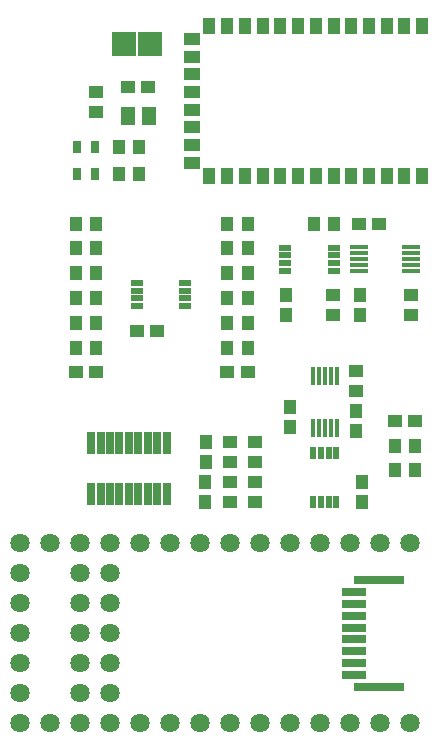
<source format=gbr>
G04 EAGLE Gerber RS-274X export*
G75*
%MOMM*%
%FSLAX34Y34*%
%LPD*%
%INSoldermask Top*%
%IPPOS*%
%AMOC8*
5,1,8,0,0,1.08239X$1,22.5*%
G01*
G04 Define Apertures*
%ADD10R,1.201600X1.101600*%
%ADD11R,1.101600X1.201600*%
%ADD12R,1.101600X0.551600*%
%ADD13R,0.551600X1.101600*%
%ADD14R,1.524000X0.406400*%
%ADD15C,1.631600*%
%ADD16R,2.101600X0.701600*%
%ADD17R,4.301600X0.801600*%
%ADD18R,0.406400X1.524000*%
%ADD19R,1.266200X1.566900*%
%ADD20R,0.713400X1.013400*%
%ADD21R,2.101600X2.101600*%
%ADD22R,0.651600X1.901600*%
%ADD23R,1.401600X1.101600*%
%ADD24R,1.101600X1.401600*%
D10*
X306500Y441000D03*
X323500Y441000D03*
D11*
X308000Y380500D03*
X308000Y363500D03*
X245000Y363500D03*
X245000Y380500D03*
D10*
X135500Y350000D03*
X118500Y350000D03*
D11*
X176840Y222500D03*
X176840Y205500D03*
X177000Y239500D03*
X177000Y256500D03*
X248000Y268500D03*
X248000Y285500D03*
X304000Y265500D03*
X304000Y282500D03*
X309000Y222500D03*
X309000Y205500D03*
D10*
X354500Y274000D03*
X337500Y274000D03*
X212500Y315000D03*
X195500Y315000D03*
X67500Y315000D03*
X84500Y315000D03*
D12*
X285500Y401250D03*
X285500Y407750D03*
X285500Y414250D03*
X285500Y420750D03*
X244500Y420750D03*
X244500Y414250D03*
X244500Y407750D03*
X244500Y401250D03*
X159500Y371250D03*
X159500Y377750D03*
X159500Y384250D03*
X159500Y390750D03*
X118500Y390750D03*
X118500Y384250D03*
X118500Y377750D03*
X118500Y371250D03*
D13*
X287750Y246500D03*
X281250Y246500D03*
X274750Y246500D03*
X268250Y246500D03*
X268250Y205500D03*
X274750Y205500D03*
X281250Y205500D03*
X287750Y205500D03*
D11*
X212500Y420000D03*
X195500Y420000D03*
X212500Y378000D03*
X195500Y378000D03*
X67500Y420000D03*
X84500Y420000D03*
X67500Y378000D03*
X84500Y378000D03*
X212500Y399000D03*
X195500Y399000D03*
X212500Y357000D03*
X195500Y357000D03*
X67500Y399000D03*
X84500Y399000D03*
X67500Y357000D03*
X84500Y357000D03*
D10*
X285000Y380500D03*
X285000Y363500D03*
D11*
X212500Y336000D03*
X195500Y336000D03*
X67500Y336000D03*
X84500Y336000D03*
D10*
X198000Y222500D03*
X198000Y205500D03*
X219000Y205500D03*
X219000Y222500D03*
X198000Y239500D03*
X198000Y256500D03*
X219000Y256500D03*
X219000Y239500D03*
X304000Y316500D03*
X304000Y299500D03*
D11*
X354500Y232000D03*
X337500Y232000D03*
X285500Y441000D03*
X268500Y441000D03*
X337500Y253000D03*
X354500Y253000D03*
D10*
X351000Y380500D03*
X351000Y363500D03*
D11*
X212500Y441000D03*
X195500Y441000D03*
X67500Y441000D03*
X84500Y441000D03*
D14*
X307156Y420906D03*
X307156Y416080D03*
X307156Y411000D03*
X307156Y405920D03*
X307156Y401094D03*
X350844Y401094D03*
X350844Y405920D03*
X350844Y411000D03*
X350844Y416080D03*
X350844Y420906D03*
D15*
X19900Y170210D03*
X45300Y170210D03*
X70700Y170210D03*
X96100Y170210D03*
X121500Y170210D03*
X146900Y170210D03*
X172300Y170210D03*
X197700Y170210D03*
X223100Y170210D03*
X248500Y170210D03*
X273900Y170210D03*
X299300Y170210D03*
X324700Y170210D03*
X350100Y170210D03*
X19900Y17810D03*
X45300Y17810D03*
X70700Y17810D03*
X96100Y17810D03*
X121500Y17810D03*
X146900Y17810D03*
X172300Y17810D03*
X197700Y17810D03*
X223100Y17810D03*
X248500Y17810D03*
X273900Y17810D03*
X299300Y17810D03*
X324700Y17810D03*
X350100Y17810D03*
X19900Y144810D03*
X19900Y119410D03*
X19900Y94010D03*
X19900Y68610D03*
X19900Y43210D03*
X70700Y43210D03*
X96100Y43210D03*
X70700Y68610D03*
X96100Y68610D03*
X70700Y94010D03*
X96100Y94010D03*
X70700Y119410D03*
X96100Y119410D03*
X70700Y144810D03*
X96100Y144810D03*
D16*
X303000Y59010D03*
X303000Y69010D03*
X303000Y79010D03*
X303000Y89010D03*
X303000Y99010D03*
X303000Y109010D03*
X303000Y119010D03*
X303000Y129010D03*
D17*
X324000Y49010D03*
X324000Y139010D03*
D18*
X268094Y268156D03*
X272920Y268156D03*
X278000Y268156D03*
X283080Y268156D03*
X287906Y268156D03*
X287906Y311844D03*
X283080Y311844D03*
X278000Y311844D03*
X272920Y311844D03*
X268094Y311844D03*
D10*
X111500Y557000D03*
X128500Y557000D03*
D19*
X111246Y532000D03*
X128754Y532000D03*
D20*
X68500Y506000D03*
X83500Y506000D03*
D11*
X120500Y506000D03*
X103500Y506000D03*
D10*
X84000Y552500D03*
X84000Y535500D03*
D21*
X130000Y593000D03*
X107476Y593000D03*
D22*
X80000Y212500D03*
X80000Y255500D03*
X88000Y212500D03*
X88000Y255500D03*
X96000Y212500D03*
X96000Y255500D03*
X104000Y212500D03*
X104000Y255500D03*
X112000Y212500D03*
X112000Y255500D03*
X120000Y212500D03*
X120000Y255500D03*
X128000Y212500D03*
X128000Y255500D03*
X136000Y212500D03*
X136000Y255500D03*
X144000Y212500D03*
X144000Y255500D03*
D11*
X120500Y483000D03*
X103500Y483000D03*
D20*
X68500Y483000D03*
X83500Y483000D03*
D23*
X165250Y552500D03*
X165250Y597500D03*
X165250Y582500D03*
X165250Y567500D03*
X165250Y537500D03*
X165250Y522500D03*
X165250Y507500D03*
X165250Y492500D03*
D24*
X180250Y481500D03*
X195250Y481500D03*
X210250Y481500D03*
X225250Y481500D03*
X240250Y481500D03*
X255250Y481500D03*
X270250Y481500D03*
X285250Y481500D03*
X300250Y481500D03*
X315250Y481500D03*
X330250Y481500D03*
X345250Y481500D03*
X360250Y481500D03*
X360250Y608500D03*
X345250Y608500D03*
X330250Y608500D03*
X315250Y608500D03*
X300250Y608500D03*
X285250Y608500D03*
X270250Y608500D03*
X255250Y608500D03*
X240250Y608500D03*
X225250Y608500D03*
X210250Y608500D03*
X195250Y608500D03*
X180250Y608500D03*
M02*

</source>
